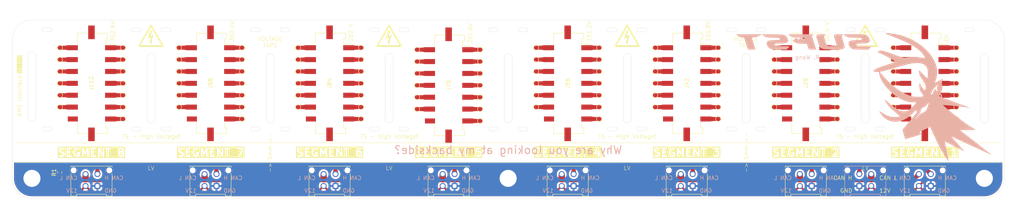
<source format=kicad_pcb>
(kicad_pcb (version 20240108) (generator "pcbnew") (generator_version "8.0")
  (layers (0 "F.Cu" signal) (31 "B.Cu" signal) (34 "B.Paste" user) (35 "F.Paste" user) (36 "B.SilkS" user "B.Silkscreen") (37 "F.SilkS" user "F.Silkscreen") (38 "B.Mask" user) (39 "F.Mask" user) (44 "Edge.Cuts" user))
  (net 0 "")
  (net 1 "/Voltage Taps 1/TAP_08.4")
  (net 2 "/Voltage Taps 1/TAP_42.0")
  (net 3 "/Voltage Taps 1/TAP_11.6")
  (net 4 "/Voltage Taps 1/TAP_29.4")
  (net 5 "/Voltage Taps 1/TAP_46.2")
  (net 6 "/Voltage Taps 1/TAP_16.8")
  (net 7 "/Voltage Taps 1/TAP_50.4")
  (net 9 "/Voltage Taps 1/TAP_04.2")
  (net 10 "/Voltage Taps 1/TAP_37.8")
  (net 11 "/Voltage Taps 1/TAP_00.0")
  (net 12 "/Voltage Taps 1/TAP_21.0")
  (net 13 "/Voltage Taps 1/TAP_33.6")
  (net 14 "/Voltage Taps 1/TAP_25.2")
  (net 15 "/Voltage Taps 2/TAP_00.0")
  (net 16 "/Voltage Taps 2/TAP_04.2")
  (net 17 "/Voltage Taps 2/TAP_08.4")
  (net 18 "/Voltage Taps 2/TAP_11.6")
  (net 19 "/Voltage Taps 2/TAP_16.8")
  (net 20 "/Voltage Taps 2/TAP_21.0")
  (net 21 "/Voltage Taps 2/TAP_25.2")
  (net 22 "/Voltage Taps 2/TAP_29.4")
  (net 23 "/Voltage Taps 2/TAP_33.6")
  (net 24 "/Voltage Taps 2/TAP_37.8")
  (net 25 "/Voltage Taps 2/TAP_42.0")
  (net 26 "/Voltage Taps 2/TAP_46.2")
  (net 27 "/Voltage Taps 2/TAP_50.4")
  (net 29 "/Voltage Taps 3/TAP_00.0")
  (net 30 "/Voltage Taps 3/TAP_04.2")
  (net 31 "/Voltage Taps 3/TAP_08.4")
  (net 32 "/Voltage Taps 3/TAP_11.6")
  (net 33 "/Voltage Taps 3/TAP_16.8")
  (net 34 "/Voltage Taps 3/TAP_21.0")
  (net 35 "/Voltage Taps 3/TAP_25.2")
  (net 36 "/Voltage Taps 3/TAP_29.4")
  (net 37 "/Voltage Taps 3/TAP_33.6")
  (net 38 "/Voltage Taps 3/TAP_37.8")
  (net 39 "/Voltage Taps 3/TAP_42.0")
  (net 40 "/Voltage Taps 3/TAP_46.2")
  (net 41 "/Voltage Taps 3/TAP_50.4")
  (net 43 "/Voltage Taps 4/TAP_00.0")
  (net 44 "/Voltage Taps 4/TAP_04.2")
  (net 45 "/Voltage Taps 4/TAP_08.4")
  (net 46 "/Voltage Taps 4/TAP_11.6")
  (net 47 "/Voltage Taps 4/TAP_16.8")
  (net 48 "/Voltage Taps 4/TAP_21.0")
  (net 49 "/Voltage Taps 4/TAP_25.2")
  (net 50 "/Voltage Taps 4/TAP_29.4")
  (net 51 "/Voltage Taps 4/TAP_33.6")
  (net 52 "/Voltage Taps 4/TAP_37.8")
  (net 53 "/Voltage Taps 4/TAP_42.0")
  (net 54 "/Voltage Taps 4/TAP_46.2")
  (net 55 "/Voltage Taps 4/TAP_50.4")
  (net 57 "/Voltage Taps 5/TAP_00.0")
  (net 58 "/Voltage Taps 5/TAP_04.2")
  (net 59 "/Voltage Taps 5/TAP_08.4")
  (net 60 "/Voltage Taps 5/TAP_11.6")
  (net 61 "/Voltage Taps 5/TAP_16.8")
  (net 62 "/Voltage Taps 5/TAP_21.0")
  (net 63 "/Voltage Taps 5/TAP_25.2")
  (net 64 "/Voltage Taps 5/TAP_29.4")
  (net 65 "/Voltage Taps 5/TAP_33.6")
  (net 66 "/Voltage Taps 5/TAP_37.8")
  (net 67 "/Voltage Taps 5/TAP_42.0")
  (net 68 "/Voltage Taps 5/TAP_46.2")
  (net 69 "/Voltage Taps 5/TAP_50.4")
  (net 71 "/Voltage Taps 6/TAP_00.0")
  (net 72 "/Voltage Taps 6/TAP_04.2")
  (net 73 "/Voltage Taps 6/TAP_08.4")
  (net 74 "/Voltage Taps 6/TAP_11.6")
  (net 75 "/Voltage Taps 6/TAP_16.8")
  (net 76 "/Voltage Taps 6/TAP_21.0")
  (net 77 "/Voltage Taps 6/TAP_25.2")
  (net 78 "/Voltage Taps 6/TAP_29.4")
  (net 79 "/Voltage Taps 6/TAP_33.6")
  (net 80 "/Voltage Taps 6/TAP_37.8")
  (net 81 "/Voltage Taps 6/TAP_42.0")
  (net 82 "/Voltage Taps 6/TAP_46.2")
  (net 83 "/Voltage Taps 6/TAP_50.4")
  (net 85 "/Voltage Taps 7/TAP_00.0")
  (net 86 "/Voltage Taps 7/TAP_04.2")
  (net 87 "/Voltage Taps 7/TAP_08.4")
  (net 88 "/Voltage Taps 7/TAP_11.6")
  (net 89 "/Voltage Taps 7/TAP_16.8")
  (net 90 "/Voltage Taps 7/TAP_21.0")
  (net 91 "/Voltage Taps 7/TAP_25.2")
  (net 92 "/Voltage Taps 7/TAP_29.4")
  (net 93 "/Voltage Taps 7/TAP_33.6")
  (net 94 "/Voltage Taps 7/TAP_37.8")
  (net 95 "/Voltage Taps 7/TAP_42.0")
  (net 96 "/Voltage Taps 7/TAP_46.2")
  (net 97 "/Voltage Taps 7/TAP_50.4")
  (net 99 "/Voltage Taps 8/TAP_00.0")
  (net 100 "/Voltage Taps 8/TAP_04.2")
  (net 101 "/Voltage Taps 8/TAP_08.4")
  (net 102 "/Voltage Taps 8/TAP_11.6")
  (net 103 "/Voltage Taps 8/TAP_16.8")
  (net 104 "/Voltage Taps 8/TAP_21.0")
  (net 105 "/Voltage Taps 8/TAP_25.2")
  (net 106 "/Voltage Taps 8/TAP_29.4")
  (net 107 "/Voltage Taps 8/TAP_33.6")
  (net 108 "/Voltage Taps 8/TAP_37.8")
  (net 109 "/Voltage Taps 8/TAP_42.0")
  (net 110 "/Voltage Taps 8/TAP_46.2")
  (net 111 "/Voltage Taps 8/TAP_50.4")
  (net 121 "/CAN_H")
  (net 122 "GND")
  (net 123 "+12V")
  (net 124 "/CAN_L")
  (footprint "Connector_Molex:Molex_Micro-Fit_3.0_43045-1418_2x07-1MP_P3.00mm_Vertical" (layer "F.Cu") (at 40 36 -90)
    (property "Reference" "J112")
    (property "Value" "Conn_01x14_MountingPin")
  )
  (footprint "TestPoint:TestPoint_Pad_D1.0mm" (layer "F.Cu") (at 62 30 90)
    (property "Reference" "J93" (hide yes))
    (property "Value" "Conn_01x01_Socket")
  )
  (footprint "TestPoint:TestPoint_Pad_D1.0mm" (layer "F.Cu") (at 152 27 90)
    (property "Reference" "J50" (hide yes))
    (property "Value" "Conn_01x01_Socket")
  )
  (footprint "TestPoint:TestPoint_Pad_D1.0mm" (layer "F.Cu") (at 32 39 90)
    (property "Reference" "J110" (hide yes))
    (property "Value" "Conn_01x01_Socket")
  )
  (footprint "TestPoint:TestPoint_Pad_D1.0mm" (layer "F.Cu") (at 122 27.5 90)
    (property "Reference" "J64" (hide yes))
    (property "Value" "Conn_01x01_Socket")
  )
  (footprint "TestPoint:TestPoint_Pad_D1.0mm" (layer "F.Cu") (at 48 36 -90)
    (property "Reference" "J102" (hide yes))
    (property "Value" "Conn_01x01_Socket")
  )
  (footprint "TestPoint:TestPoint_Pad_D1.0mm" (layer "F.Cu") (at 152 30 90)
    (property "Reference" "J51" (hide yes))
    (property "Value" "Conn_01x01_Socket")
  )
  (footprint "TestPoint:TestPoint_Pad_D1.0mm" (layer "F.Cu") (at 152 33 90)
    (property "Reference" "J52" (hide yes))
    (property "Value" "Conn_01x01_Socket")
  )
  (footprint "TestPoint:TestPoint_Pad_D1.0mm" (layer "F.Cu") (at 258 33 -90)
    (property "Reference" "J4" (hide yes))
    (property "Value" "Conn_01x01_Socket")
  )
  (footprint "TestPoint:TestPoint_Pad_D1.0mm" (layer "F.Cu") (at 212 36 90)
    (property "Reference" "J25" (hide yes))
    (property "Value" "Conn_01x01_Socket")
  )
  (footprint "TestPoint:TestPoint_Pad_D1.0mm" (layer "F.Cu") (at 198 36 -90)
    (property "Reference" "J32" (hide yes))
    (property "Value" "Conn_01x01_Socket")
  )
  (footprint "TestPoint:TestPoint_Pad_D1.0mm" (layer "F.Cu") (at 122 36.5 90)
    (property "Reference" "J67" (hide yes))
    (property "Value" "Conn_01x01_Socket")
  )
  (footprint "Resistor_SMD:R_0603_1608Metric" (layer "F.Cu") (at 32 58.5 90)
    (property "Reference" "R1")
    (property "Value" "120")
  )
  (footprint "TestPoint:TestPoint_Pad_D1.0mm" (layer "F.Cu") (at 242 27 90)
    (property "Reference" "J9" (hide yes))
    (property "Value" "Conn_01x01_Socket")
  )
  (footprint "Connector_Molex:Molex_Micro-Fit_3.0_43045-0412_2x02_P3.00mm_Vertical" (layer "F.Cu") (at 191.5 61.92 180)
    (property "Reference" "J115" (hide yes))
    (property "Value" "Seg_3")
  )
  (footprint "TestPoint:TestPoint_Pad_D1.0mm" (layer "F.Cu") (at 242 33 90)
    (property "Reference" "J11" (hide yes))
    (property "Value" "Conn_01x01_Socket")
  )
  (footprint "TestPoint:TestPoint_Pad_D1.0mm" (layer "F.Cu") (at 48 33 -90)
    (property "Reference" "J101" (hide yes))
    (property "Value" "Conn_01x01_Socket")
  )
  (footprint "TestPoint:TestPoint_Pad_D1.0mm" (layer "F.Cu") (at 138 33.5 -90)
    (property "Reference" "J59" (hide yes))
    (property "Value" "Conn_01x01_Socket")
  )
  (footprint "TestPoint:TestPoint_Pad_D1.0mm" (layer "F.Cu") (at 32 33 90)
    (property "Reference" "J108" (hide yes))
    (property "Value" "Conn_01x01_Socket")
  )
  (footprint "TestPoint:TestPoint_Pad_D1.0mm" (layer "F.Cu") (at 168 42 -90)
    (property "Reference" "J48" (hide yes))
    (property "Value" "Conn_01x01_Socket")
  )
  (footprint "TestPoint:TestPoint_Pad_D1.0mm" (layer "F.Cu") (at 258 30 -90)
    (property "Reference" "J3" (hide yes))
    (property "Value" "Conn_01x01_Socket")
  )
  (footprint "TestPoint:TestPoint_Pad_D1.0mm" (layer "F.Cu") (at 78 30 -90)
    (property "Reference" "J86" (hide yes))
    (property "Value" "Conn_01x01_Socket")
  )
  (footprint "TestPoint:TestPoint_Pad_D1.0mm" (layer "F.Cu") (at 48 27 -90)
    (property "Reference" "J99" (hide yes))
    (property "Value" "Conn_01x01_Socket")
  )
  (footprint "Symbol:Symbol_HighVoltage_Triangle_6x6mm_Copper" (layer "F.Cu") (at 175 24)
    (property "Reference" "REF**" (hide yes))
    (property "Value" "Symbol_HighVoltage_Triangle_6x6mm_Copper" (hide yes))
  )
  (footprint "TestPoint:TestPoint_Pad_D1.0mm" (layer "F.Cu") (at 198 45 -90)
    (property "Reference" "J35" (hide yes))
    (property "Value" "Conn_01x01_Socket")
  )
  (footprint "TestPoint:TestPoint_Pad_D1.0mm" (layer "F.Cu") (at 182 27 90)
    (property "Reference" "J36" (hide yes))
    (property "Value" "Conn_01x01_Socket")
  )
  (footprint "Connector_Molex:Molex_Micro-Fit_3.0_43045-0412_2x02_P3.00mm_Vertical" (layer "F.Cu") (at 101.5 61.92 180)
    (property "Reference" "J118" (hide yes))
    (property "Value" "Seg_6")
  )
  (footprint "TestPoint:TestPoint_Pad_D1.0mm" (layer "F.Cu") (at 198 39 -90)
    (property "Reference" "J33" (hide yes))
    (property "Value" "Conn_01x01_Socket")
  )
  (footprint "TestPoint:TestPoint_Pad_D1.0mm" (layer "F.Cu") (at 182 30 90)
    (property "Reference" "J37" (hide yes))
    (property "Value" "Conn_01x01_Socket")
  )
  (footprint "TestPoint:TestPoint_Pad_D1.0mm" (layer "F.Cu") (at 168 30 -90)
    (property "Reference" "J44" (hide yes))
    (property "Value" "Conn_01x01_Socket")
  )
  (footprint "TestPoint:TestPoint_Pad_D1.0mm" (layer "F.Cu") (at 258 42 -90)
    (property "Reference" "J7" (hide yes))
    (property "Value" "Conn_01x01_Socket")
  )
  (footprint "Symbol:Symbol_HighVoltage_Triangle_6x6mm_Copper" (layer "F.Cu") (at 235 24)
    (property "Reference" "REF**" (hide yes))
    (property "Value" "Symbol_HighVoltage_Triangle_6x6mm_Copper" (hide yes))
  )
  (footprint "TestPoint:TestPoint_Pad_D1.0mm" (layer "F.Cu") (at 62 42 90)
    (property "Reference" "J97" (hide yes))
    (property "Value" "Conn_01x01_Socket")
  )
  (footprint "TestPoint:TestPoint_Pad_D1.0mm" (layer "F.Cu") (at 122 39.5 90)
    (property "Reference" "J68" (hide yes))
    (property "Value" "Conn_01x01_Socket")
  )
  (footprint "TestPoint:TestPoint_Pad_D1.0mm" (layer "F.Cu") (at 152 42 90)
    (property "Reference" "J55" (hide yes))
    (property "Value" "Conn_01x01_Socket")
  )
  (footprint "TestPoint:TestPoint_Pad_D1.0mm" (layer "F.Cu") (at 138 30.5 -90)
    (property "Reference" "J58" (hide yes))
    (property "Value" "Conn_01x01_Socket")
  )
  (footprint "TestPoint:TestPoint_Pad_D1.0mm" (layer "F.Cu") (at 122 30.5 90)
    (property "Reference" "J65" (hide yes))
    (property "Value" "Conn_01x01_Socket")
  )
  (footprint "TestPoint:TestPoint_Pad_D1.0mm" (layer "F.Cu") (at 122 42.5 90)
    (property "Reference" "J69" (hide yes))
    (property "Value" "Conn_01x01_Socket")
  )
  (footprint "MountingHole:MountingHole_4.3mm_M4" (layer "F.Cu") (at 265 25)
    (property "Reference" "H5" (hide yes))
    (property "Value" "MountingHole")
  )
  (footprint "Symbol:Symbol_HighVoltage_Triangle_6x6mm_Copper" (layer "F.Cu") (at 55 24)
    (property "Reference" "REF**" (hide yes))
    (property "Value" "Symbol_HighVoltage_Triangle_6x6mm_Copper" (hide yes))
  )
  (footprint "TestPoint:TestPoint_Pad_D1.0mm" (layer "F.Cu") (at 198 27 -90)
    (property "Reference" "J29" (hide yes))
    (property "Value" "Conn_01x01_Socket")
  )
  (footprint "TestPoint:TestPoint_Pad_D1.0mm" (layer "F.Cu") (at 32 27 90)
    (property "Reference" "J106" (hide yes))
    (property "Value" "Conn_01x01_Socket")
  )
  (footprint "TestPoint:TestPoint_Pad_D1.0mm" (layer "F.Cu") (at 78 42 -90)
    (property "Reference" "J90" (hide yes))
    (property "Value" "Conn_01x01_Socket")
  )
  (footprint "TestPoint:TestPoint_Pad_D1.0mm" (layer "F.Cu") (at 198 42 -90)
    (property "Reference" "J34" (hide yes))
    (property "Value" "Conn_01x01_Socket")
  )
  (footprint "TestPoint:TestPoint_Pad_D1.0mm" (layer "F.Cu") (at 48 42 -90)
    (property "Reference" "J104" (hide yes))
    (property "Value" "Conn_01x01_Socket")
  )
  (footprint "Connector_Molex:Molex_Micro-Fit_3.0_43045-1418_2x07-1MP_P3.00mm_Vertical" (layer "F.Cu") (at 220 36 -90)
    (property "Reference" "J28")
    (property "Value" "Conn_01x14_MountingPin")
  )
  (footprint "TestPoint:TestPoint_Pad_D1.0mm" (layer "F.Cu") (at 78 27 -90)
    (property "Reference" "J85" (hide yes))
    (property "Value" "Conn_01x01_Socket")
  )
  (footprint "TestPoint:TestPoint_Pad_D1.0mm" (layer "F.Cu") (at 62 39 90)
    (property "Reference" "J96" (hide yes))
    (property "Value" "Conn_01x01_Socket")
  )
  (footprint "TestPoint:TestPoint_Pad_D1.0mm" (layer "F.Cu") (at 138 42.5 -90)
    (property "Reference" "J62" (hide yes))
    (property "Value" "Conn_01x01_Socket")
  )
  (footprint "MountingHole:MountingHole_4.3mm_M4" (layer "F.Cu") (at 145 25)
    (property "Reference" "H3" (hide yes))
    (property "Value" "MountingHole")
  )
  (footprint "TestPoint:TestPoint_Pad_D1.0mm" (layer "F.Cu") (at 32 36 90)
    (property "Reference" "J109" (hide yes))
    (property "Value" "Conn_01x01_Socket")
  )
  (footprint "TestPoint:TestPoint_Pad_D1.0mm" (layer "F.Cu") (at 78 33 -90)
    (property "Reference" "J87" (hide yes))
    (property "Value" "Conn_01x01_Socket")
  )
  (footprint "TestPoint:TestPoint_Pad_D1.0mm" (layer "F.Cu") (at 78 39 -90)
    (property "Reference" "J89" (hide yes))
    (property "Value" "Conn_01x01_Socket")
  )
  (footprint "TestPoint:TestPoint_Pad_D1.0mm" (layer "F.Cu") (at 258 27 -90)
    (property "Reference" "J2" (hide yes))
    (property "Value" "Conn_01x01_Socket")
  )
  (footprint "TestPoint:TestPoint_Pad_D1.0mm" (layer "F.Cu") (at 32 30 90)
    (property "Reference" "J107" (hide yes))
    (property "Value" "Conn_01x01_Socket")
  )
  (footprint "TestPoint:TestPoint_Pad_D1.0mm" (layer "F.Cu") (at 78 36 -90)
    (property "Reference" "J88" (hide yes))
    (property "Value" "Conn_01x01_Socket")
  )
  (footprint "TestPoint:TestPoint_Pad_D1.0mm" (layer "F.Cu") (at 212 39 90)
    (property "Reference" "J26" (hide yes))
    (property "Value" "Conn_01x01_Socket")
  )
  (footprint "TestPoint:TestPoint_Pad_D1.0mm" (layer "F.Cu") (at 92 30 90)
    (property "Reference" "J79" (hide yes))
    (property "Value" "Conn_01x01_Socket")
  )
  (footprint "TestPoint:TestPoint_Pad_D1.0mm" (layer "F.Cu") (at 168 39 -90)
    (property "Reference" "J47" (hide yes))
    (property "Value" "Conn_01x01_Socket")
  )
  (footprint "TestPoint:TestPoint_Pad_D1.0mm" (layer "F.Cu") (at 242 36 90)
    (property "Reference" "J12" (hide yes))
    (property "Value" "Conn_01x01_Socket")
  )
  (footprint "TestPoint:TestPoint_Pad_D1.0mm" (layer "F.Cu") (at 258 39 -90)
    (property "Reference" "J6" (hide yes))
    (property "Value" "Conn_01x01_Socket")
  )
  (footprint "TestPoint:TestPoint_Pad_D1.0mm" (layer "F.Cu") (at 182 33 90)
    (property "Reference" "J38" (hide yes))
    (property "Value" "Conn_01x01_Socket")
  )
  (footprint "TestPoint:TestPoint_Pad_D1.0mm" (layer "F.Cu") (at 122 33.5 90)
    (property "Reference" "J66" (hide yes))
    (property "Value" "Conn_01x01_Socket")
  )
  (footprint "TestPoint:TestPoint_Pad_D1.0mm" (layer "F.Cu") (at 108 30 -90)
    (property "Reference" "J72" (hide yes))
    (property "Value" "Conn_01x01_Socket")
  )
  (footprint "TestPoint:TestPoint_Pad_D1.0mm" (layer "F.Cu") (at 48 45 -90)
    (property "Reference" "J105" (hide yes))
    (property "Value" "Conn_01x01_Socket")
  )
  (footprint "TestPoint:TestPoint_Pad_D1.0mm" (layer "F.Cu") (at 108 27 -90)
    (property "Reference" "J71" (hide yes))
    (property "Value" "Conn_01x01_Socket")
  )
  (footprint "TestPoint:TestPoint_Pad_D1.0mm" (layer "F.Cu") (at 212 30 90)
    (property "Reference" "J23" (hide yes))
    (property "Value" "Conn_01x01_Socket")
  )
  (footprint "TestPoint:TestPoint_Pad_D1.0mm" (layer "F.Cu") (at 138 27.5 -90)
    (property "Reference" "J57" (hide yes))
    (property "Value" "Conn_01x01_Socket")
  )
  (footprint "Symbol:Symbol_HighVoltage_Triangle_6x6mm_Copper" (layer "F.Cu") (at 115 24)
    (property "Reference" "REF**" (hide yes))
    (property "Value" "Symbol_HighVoltage_Triangle_6x6mm_Copper" (hide yes))
  )
  (footprint "TestPoint:TestPoint_Pad_D1.0mm" (layer "F.Cu") (at 138 45.5 -90)
    (property "Reference" "J63" (hide yes))
    (property "Value" "Conn_01x01_Socket")
  )
  (footprint "TestPoint:TestPoint_Pad_D1.0mm" (layer "F.Cu") (at 258 45 -90)
    (property "Reference" "J8" (hide yes))
    (property "Value" "Conn_01x01_Socket")
  )
  (footprint "TestPoint:TestPoint_Pad_D1.0mm" (layer "F.Cu") (at 168 33 -90)
    (property "Reference" "J45" (hide yes))
    (property "Value" "Conn_01x01_Socket")
  )
  (footprint "MountingHole:MountingHole_4.3mm_M4" (layer "F.Cu") (at 145 60)
    (property "Reference" "H4" (hide yes))
    (property "Value" "MountingHole")
  )
  (footprint "TestPoint:TestPoint_Pad_D1.0mm" (layer "F.Cu") (at 108 39 -90)
    (property "Reference" "J75" (hide yes))
    (property "Value" "Conn_01x01_Socket")
  )
  (footprint "TestPoint:TestPoint_Pad_D1.0mm" (layer "F.Cu") (at 108 42 -90)
    (property "Reference" "J76" (hide yes))
    (property "Value" "Conn_01x01_Socket")
  )
  (footprint "TestPoint:TestPoint_Pad_D1.0mm" (layer "F.Cu") (at 242 42 90)
    (property "Reference" "J14" (hide yes))
    (property "Value" "Conn_01x01_Socket")
  )
  (footprint "TestPoint:TestPoint_Pad_D1.0mm" (layer "F.Cu") (at 228 42 -90)
    (property "Reference" "J20" (hide yes))
    (property "Value" "Conn_01x01_Socket")
  )
  (footprint "Connector_Molex:Molex_Micro-Fit_3.0_43045-1418_2x07-1MP_P3.00mm_Vertical" (layer "F.Cu") (at 190 36 -90)
    (property "Reference" "J42")
    (property "Value" "Conn_01x14_MountingPin")
  )
  (footprint "TestPoint:TestPoint_Pad_D1.0mm" (layer "F.Cu") (at 242 39 90)
    (property "Reference" "J13" (hide yes))
    (property "Value" "Conn_01x01_Socket")
  )
  (footprint "TestPoint:TestPoint_Pad_D1.0mm" (layer "F.Cu") (at 92 42 90)
    (property "Reference" "J83" (hide yes))
    (property "Value" "Conn_01x01_Socket")
  )
  (footprint "MountingHole:MountingHole_4.3mm_M4" (layer "F.Cu") (at 25 25)
    (property "Reference" "H1" (hide yes))
    (property "Value" "MountingHole")
  )
  (footprint "TestPoint:TestPoint_Pad_D1.0mm" (layer "F.Cu") (at 212 27 90)
    (property "Reference" "J22" (hide yes))
    (property "Value" "Conn_01x01_Socket")
  )
  (footprint "TestPoint:TestPoint_Pad_D1.0mm" (layer "F.Cu") (at 108 45 -90)
    (property "Reference" "J77" (hide yes))
    (property "Value" "Conn_01x01_Socket")
  )
  (footprint "TestPoint:TestPoint_Pad_D1.0mm" (layer "F.Cu") (at 258 36 -90)
    (property "Reference" "J5" (hide yes))
    (property "Value" "Conn_01x01_Socket")
  )
  (footprint "TestPoint:TestPoint_Pad_D1.0mm" (layer "F.Cu") (at 62 27 90)
    (property "Reference" "J92" (hide yes))
    (property "Value" "Conn_01x01_Socket")
  )
  (footprint "TestPoint:TestPoint_Pad_D1.0mm" (layer "F.Cu") (at 168 36 -90)
    (property "Reference" "J46" (hide yes))
    (property "Value" "Conn_01x01_Socket")
  )
  (footprint "TestPoint:TestPoint_Pad_D1.0mm" (layer "F.Cu") (at 228 39 -90)
    (property "Reference" "J19" (hide yes))
    (property "Value" "Conn_01x01_Socket")
  )
  (footprint "TestPoint:TestPoint_Pad_D1.0mm" (layer "F.Cu") (at 92 33 90)
    (property "Reference" "J80" (hide yes))
    (property "Value" "Conn_01x01_Socket")
  )
  (footprint "Connector_Molex:Molex_Micro-Fit_3.0_43045-0412_2x02_P3.00mm_Vertical" (layer "F.Cu") (at 221.5 61.92 180)
    (property "Reference" "J114" (hide yes))
    (property "Value" "Seg_2")
  )
  (footprint "TestPoint:TestPoint_Pad_D1.0mm" (layer "F.Cu") (at 152 36 90)
    (property "Reference" "J53" (hide yes))
    (property "Value" "Conn_01x01_Socket")
  )
  (footprint "TestPoint:TestPoint_Pad_D1.0mm" (layer "F.Cu") (at 168 45 -90)
    (property "Reference" "J49" (hide yes))
    (property "Value" "Conn_01x01_Socket")
  )
  (footprint "TestPoint:TestPoint_Pad_D1.0mm" (layer "F.Cu") (at 108 36 -90)
    (property "Reference" "J74" (hide yes))
    (property "Value" "Conn_01x01_Socket")
  )
  (footprint "TestPoint:TestPoint_Pad_D1.0mm" (layer "F.Cu") (at 198 30 -90)
    (property "Reference" "J30" (hide yes))
    (property "Value" "Conn_01x01_Socket")
  )
  (footprint "TestPoint:TestPoint_Pad_D1.0mm" (layer "F.Cu") (at 182 42 90)
    (property "Reference" "J41" (hide yes))
    (property "Value" "Conn_01x01_Socket")
  )
  (footprint "TestPoint:TestPoint_Pad_D1.0mm" (layer "F.Cu") (at 48 39 -90)
    (property "Reference" "J103" (hide yes))
    (property "Value" "Conn_01x01_Socket")
  )
  (footprint "TestPoint:TestPoint_Pad_D1.0mm" (layer "F.Cu") (at 228 27 -90)
    (property "Reference" "J15" (hide yes))
    (property "Value" "Conn_01x01_Socket")
  )
  (footprint "TestPoint:TestPoint_Pad_D1.0mm" (layer "F.Cu") (at 182 39 90)
    (property "Reference" "J40" (hide yes))
    (property "Value" "Conn_01x01_Socket")
  )
  (footprint "Connector_Molex:Molex_Micro-Fit_3.0_43045-1418_2x07-1MP_P3.00mm_Vertical" (layer "F.Cu") (at 250 36 -90)
    (property "Reference" "J1")
    (property "Value" "Conn_01x14_MountingPin")
  )
  (footprint "TestPoint:TestPoint_Pad_D1.0mm" (layer "F.Cu") (at 92 39 90)
    (property "Reference" "J82" (hide yes))
    (property "Value" "Conn_01x01_Socket")
  )
  (footprint "TestPoint:TestPoint_Pad_D1.0mm" (layer "F.Cu") (at 198 33 -90)
    (property "Reference" "J31" (hide yes))
    (property "Value" "Conn_01x01_Socket")
  )
  (footprint "Connector_Molex:Molex_Micro-Fit_3.0_43045-0412_2x02_P3.00mm_Vertical" (layer "F.Cu") (at 161.5 61.92 180)
    (property "Reference" "J116" (hide yes))
    (property "Value" "Seg_4")
  )
  (footprint "TestPoint:TestPoint_Pad_D1.0mm" (layer "F.Cu") (at 182 36 90)
    (property "Reference" "J39" (hide yes))
    (property "Value" "Conn_01x01_Socket")
  )
  (footprint "TestPoint:TestPoint_Pad_D1.0mm" (layer "F.Cu") (at 138 39.5 -90)
    (property "Reference" "J61" (hide yes))
    (property "Value" "Conn_01x01_Socket")
  )
  (footprint "MountingHole:MountingHole_4.3mm_M4" (layer "F.Cu") (at 265 60)
    (property "Reference" "H6" (hide yes))
    (property "Value" "MountingHole")
  )
  (footprint "Connector_Molex:Molex_Micro-Fit_3.0_43045-1418_2x07-1MP_P3.00mm_Vertical" (layer "F.Cu") (at 160 36 -90)
    (property "Reference" "J56")
    (property "Value" "Conn_01x14_MountingPin")
  )
  (footprint "Connector_Molex:Molex_Micro-Fit_3.0_43045-1418_2x07-1MP_P3.00mm_Vertical" (layer "F.Cu") (at 70 36 -90)
    (property "Reference" "J98")
    (property "Value" "Conn_01x14_MountingPin")
  )
  (footprint "TestPoint:TestPoint_Pad_D1.0mm" (layer "F.Cu") (at 152 39 90)
    (property "Reference" "J54" (hide yes))
    (property "Value" "Conn_01x01_Socket")
  )
  (footprint "TestPoint:TestPoint_Pad_D1.0mm" (layer "F.Cu") (at 228 33 -90)
    (property "Reference" "J17" (hide yes))
    (property "Value" "Conn_01x01_Socket")
  )
  (footprint "Connector_Molex:Molex_Micro-Fit_3.0_43045-1418_2x07-1MP_P3.00mm_Vertical" (layer "F.Cu") (at 100 36 -90)
    (property "Reference" "J84")
    (property "Value" "Conn_01x14_MountingPin")
  )
  (footprint "TestPoint:TestPoint_Pad_D1.0mm" (layer "F.Cu") (at 168 27 -90)
    (property "Reference" "J43" (hide yes))
    (property "Value" "Conn_01x01_Socket")
  )
  (footprint "TestPoint:TestPoint_Pad_D1.0mm" (layer "F.Cu") (at 92 27 90)
    (property "Reference" "J78" (hide yes))
    (property "Value" "Conn_01x01_Socket")
  )
  (footprint "Connector_Molex:Molex_Micro-Fit_3.0_43045-0412_2x02_P3.00mm_Vertical" (layer "F.Cu") (at 251.5 61.92 180)
    (property "Reference" "J113" (hide yes))
    (property "Value" "Seg_1")
  )
  (footprint "TestPoint:TestPoint_Pad_D1.0mm" (layer "F.Cu") (at 212 42 90)
    (property "Reference" "J27" (hide yes))
    (property "Value" "Conn_01x01_Socket")
  )
  (footprint "TestPoint:TestPoint_Pad_D1.0mm" (layer "F.Cu") (at 32 42 90)
    (property "Reference" "J111" (hide yes))
    (property "Value" "Conn_01x01_Socket")
  )
  (footprint "TestPoint:TestPoint_Pad_D1.0mm" (layer "F.Cu") (at 78 45 -90)
    (property "Reference" "J91" (hide yes))
    (property "Value" "Conn_01x01_Socket")
  )
  (footprint "TestPoint:TestPoint_Pad_D1.0mm" (layer "F.Cu") (at 228 30 -90)
    (property "Reference" "J16" (hide yes))
    (property "Value" "Conn_01x01_Socket")
  )
  (footprint "TestPoint:TestPoint_Pad_D1.0mm" (layer "F.Cu") (at 138 36.5 -90)
    (property "Reference" "J60" (hide yes))
    (property "Value" "Conn_01x01_Socket")
  )
  (footprint "Connector_Molex:Molex_Micro-Fit_3.0_43045-0412_2x02_P3.00mm_Vertical" (layer "F.Cu") (at 41.5 61.92 180)
    (property "Reference" "J120" (hide yes))
    (property "Value" "Seg_8")
  )
  (footprint "TestPoint:TestPoint_Pad_D1.0mm" (layer "F.Cu") (at 62 33 90)
    (property "Reference" "J94" (hide yes))
    (property "Value" "Conn_01x01_Socket")
  )
  (footprint "TestPoint:TestPoint_Pad_D1.0mm" (layer "F.Cu") (at 242 30 90)
    (property "Reference" "J10" (hide yes))
    (property "Value" "Conn_01x01_Socket")
  )
  (footprint "MountingHole:MountingHole_4.3mm_M4" (layer "F.Cu") (at 25 60)
    (property "Reference" "H2" (hide yes))
    (property "Value" "MountingHole")
  )
  (footprint "Connector_Molex:Molex_Micro-Fit_3.0_43045-0412_2x02_P3.00mm_Vertical" (layer "F.Cu") (at 71.5 61.92 180)
    (property "Reference" "J119" (hide yes))
    (property "Value" "Seg_7")
  )
  (footprint "TestPoint:TestPoint_Pad_D1.0mm" (layer "F.Cu") (at 48 30 -90)
    (property "Reference" "J100" (hide yes))
    (property "Value" "Conn_01x01_Socket")
  )
  (footprint "Connector_Molex:Molex_Micro-Fit_3.0_43045-0412_2x02_P3.00mm_Vertical" (layer "F.Cu") (at 131.5 61.92 180)
    (property "Reference" "J117" (hide yes))
    (property "Value" "Seg_5")
  )
  (footprint "TestPoint:TestPoint_Pad_D1.0mm" (layer "F.Cu") (at 212 33 90)
    (property "Reference" "J24" (hide yes))
    (property "Value" "Conn_01x01_Socket")
  )
  (footprint "TestPoint:TestPoint_Pad_D1.0mm" (layer "F.Cu") (at 108 33 -90)
    (property "Reference" "J73" (hide yes))
    (property "Value" "Conn_01x01_Socket")
  )
  (footprint "TestPoint:TestPoint_Pad_D1.0mm" (layer "F.Cu") (at 228 45 -90)
    (property "Reference" "J21" (hide yes))
    (property "Value" "Conn_01x01_Socket")
  )
  (footprint "TestPoint:TestPoint_Pad_D1.0mm" (layer "F.Cu") (at 92 36 90)
    (property "Reference" "J81" (hide yes))
    (property "Value" "Conn_01x01_Socket")
  )
  (footprint "Connector_Molex:Molex_Micro-Fit_3.0_43045-1418_2x07-1MP_P3.00mm_Vertical" (layer "F.Cu") (at 130 36.5 -90)
    (property "Reference" "J70")
    (property "Value" "Conn_01x14_MountingPin")
  )
  (footprint "TestPoint:TestPoint_Pad_D1.0mm" (layer "F.Cu") (at 62 36 90)
    (property "Reference" "J95" (hide yes))
    (property "Value" "Conn_01x01_Socket")
  )
  (footprint "TestPoint:TestPoint_Pad_D1.0mm" (layer "F.Cu") (at 228 36 -90)
    (property "Reference" "J18" (hide yes))
    (property "Value" "Conn_01x01_Socket")
  )
  (footprint "sufst:Stag" (layer "B.Cu") (at 252 39.5 180)
    (property "Reference" "G***")
    (property "Value" "LOGO" (hide yes))
  )
  (footprint "Connector_Molex:Molex_Micro-Fit_3.0_43045-0412_2x02_P3.00mm_Vertical" (layer "B.Cu") (at 233.5 61.92)
    (property "Reference" "J121" (hide yes))
    (property "Value" "CAN_Upstream")
  )
  (footprint "sufst:SUFST" (layer "B.Cu") (at 219.5 25.5 180)
    (property "Reference" "G***")
    (property "Value" "LOGO" (hide yes))
  )
  (gr_line (start 21 51) (end 269 51) (stroke (width 0.1)) (layer "F.SilkS"))
  (gr_line (start 21 56) (end 269 56) (stroke (width 0.1)) (layer "F.SilkS"))
  (gr_line (start 230.5 48) (end 232 48) (stroke (width 0.05)) (layer "Edge.Cuts"))
  (gr_line (start 238 48) (end 239.5 48) (stroke (width 0.05)) (layer "Edge.Cuts"))
  (gr_line (start 170.5 48) (end 172 48) (stroke (width 0.05)) (layer "Edge.Cuts"))
  (gr_line (start 59.5 47) (end 58 47) (stroke (width 0.05)) (layer "Edge.Cuts"))
  (gr_line (start 232 47) (end 230.5 47) (stroke (width 0.05)) (layer "Edge.Cuts"))
  (gr_line (start 80.5 23) (end 82 23) (stroke (width 0.05)) (layer "Edge.Cuts"))
  (gr_line (start 149.5 22) (end 148 22) (stroke (width 0.05)) (layer "Edge.Cuts"))
  (gr_line (start 88 48) (end 89.5 48) (stroke (width 0.05)) (layer "Edge.Cuts"))
  (gr_line (start 239.5 47) (end 238 47) (stroke (width 0.05)) (layer "Edge.Cuts"))
  (gr_line (start 204 45) (end 204 29.5) (stroke (width 0.05)) (layer "Edge.Cuts"))
  (gr_arc (start 170.5 48) (mid 170 47.5) (end 170.5 47) (stroke (width 0.05)) (layer "Edge.Cuts"))
  (gr_line (start 26 29) (end 26 44.5) (stroke (width 0.05)) (layer "Edge.Cuts"))
  (gr_line (start 118 23) (end 119.5 23) (stroke (width 0.05)) (layer "Edge.Cuts"))
  (gr_line (start 140.5 48) (end 142 48) (stroke (width 0.05)) (layer "Edge.Cuts"))
  (gr_arc (start 114 29.5) (mid 115 28.5) (end 116 29.5) (stroke (width 0.05)) (layer "Edge.Cuts"))
  (gr_line (start 89.5 47) (end 88 47) (stroke (width 0.05)) (layer "Edge.Cuts"))
  (gr_arc (start 52 22) (mid 52.5 22.5) (end 52 23) (stroke (width 0.05)) (layer "Edge.Cuts"))
  (gr_line (start 202 22) (end 200.5 22) (stroke (width 0.05)) (layer "Edge.Cuts"))
  (gr_line (start 179.5 22) (end 178 22) (stroke (width 0.05)) (layer "Edge.Cuts"))
  (gr_line (start 89.5 22) (end 88 22) (stroke (width 0.05)) (layer "Edge.Cuts"))
  (gr_line (start 54 45) (end 54 29.5) (stroke (width 0.05)) (layer "Edge.Cuts"))
  (gr_arc (start 200.5 48) (mid 200 47.5) (end 200.5 47) (stroke (width 0.05)) (layer "Edge.Cuts"))
  (gr_arc (start 208 48) (mid 207.5 47.5) (end 208 47) (stroke (width 0.05)) (layer "Edge.Cuts"))
  (gr_arc (start 230.5 48) (mid 230 47.5) (end 230.5 47) (stroke (width 0.05)) (layer "Edge.Cuts"))
  (gr_arc (start 172 47) (mid 172.5 47.5) (end 172 48) (stroke (width 0.05)) (layer "Edge.Cuts"))
  (gr_arc (start 236 45) (mid 235 46) (end 234 45) (stroke (width 0.05)) (layer "Edge.Cuts"))
  (gr_line (start 172 47) (end 170.5 47) (stroke (width 0.05)) (layer "Edge.Cuts"))
  (gr_arc (start 89.5 22) (mid 90 22.5) (end 89.5 23) (stroke (width 0.05)) (layer "Edge.Cuts"))
  (gr_line (start 176 29.5) (end 176 45) (stroke (width 0.05)) (layer "Edge.Cuts"))
  (gr_line (start 52 22) (end 50.5 22) (stroke (width 0.05)) (layer "Edge.Cuts"))
  (gr_line (start 209.5 22) (end 208 22) (stroke (width 0.05)) (layer "Edge.Cuts"))
  (gr_arc (start 80.5 48) (mid 80 47.5) (end 80.5 47) (stroke (width 0.05)) (layer "Edge.Cuts"))
  (gr_line (start 50.5 48) (end 52 48) (stroke (width 0.05)) (layer "Edge.Cuts"))
  (gr_arc (start 238 23) (mid 237.5 22.5) (end 238 22) (stroke (width 0.05)) (layer "Edge.Cuts"))
  (gr_arc (start 119.5 22) (mid 120 22.5) (end 119.5 23) (stroke (width 0.05)) (layer "Edge.Cuts"))
  (gr_line (start 88 23) (end 89.5 23) (stroke (width 0.05)) (layer "Edge.Cuts"))
  (gr_arc (start 29.5 22) (mid 30 22.5) (end 29.5 23) (stroke (width 0.05)) (layer "Edge.Cuts"))
  (gr_line (start 200.5 23) (end 202 23) (stroke (width 0.05)) (layer "Edge.Cuts"))
  (gr_arc (start 262 22) (mid 262.5 22.5) (end 262 23) (stroke (width 0.05)) (layer "Edge.Cuts"))
  (gr_arc (start 24 29) (mid 25 28) (end 26 29) (stroke (width 0.05)) (layer "Edge.Cuts"))
  (gr_arc (start 262 47) (mid 262.5 47.5) (end 262 48) (stroke (width 0.05)) (layer "Edge.Cuts"))
  (gr_arc (start 84 29.5) (mid 85 28.5) (end 86 29.5) (stroke (width 0.05)) (layer "Edge.Cuts"))
  (gr_line (start 230.5 23) (end 232 23) (stroke (width 0.05)) (layer "Edge.Cuts"))
  (gr_line (start 208 23) (end 209.5 23) (stroke (width 0.05)) (layer "Edge.Cuts"))
  (gr_line (start 112 22) (end 110.5 22) (stroke (width 0.05)) (layer "Edge.Cuts"))
  (gr_line (start 84 45) (end 84 29.5) (stroke (width 0.05)) (layer "Edge.Cuts"))
  (gr_arc (start 29.5 47) (mid 30 47.5) (end 29.5 48) (stroke (width 0.05)) (layer "Edge.Cuts"))
  (gr_line (start 170.5 23) (end 172 23) (stroke (width 0.05)) (layer "Edge.Cuts"))
  (gr_line (start 200.5 48) (end 202 48) (stroke (width 0.05)) (layer "Edge.Cuts"))
  (gr_arc (start 204 29.5) (mid 205 28.5) (end 206 29.5) (stroke (width 0.05)) (layer "Edge.Cuts"))
  (gr_arc (start 54 29.5) (mid 55 28.5) (end 56 29.5) (stroke (width 0.05)) (layer "Edge.Cuts"))
  (gr_line (start 28 23) (end 29.5 23) (stroke (width 0.05)) (layer "Edge.Cuts"))
  (gr_arc (start 239.5 47) (mid 240 47.5) (end 239.5 48) (stroke (width 0.05)) (layer "Edge.Cuts"))
  (gr_arc (start 20 25) (mid 21.464466 21.464466) (end 25 20) (stroke (width 0.05)) (layer "Edge.Cuts"))
  (gr_arc (start 148 23) (mid 147.5 22.5) (end 148 22) (stroke (width 0.05)) (layer "Edge.Cuts"))
  (gr_line (start 80.5 48) (end 82 48) (stroke (width 0.05)) (layer "Edge.Cuts"))
  (gr_arc (start 142 47) (mid 142.5 47.5) (end 142 48) (stroke (width 0.05)) (layer "Edge.Cuts"))
  (gr_arc (start 86 45) (mid 85 46) (end 84 45) (stroke (width 0.05)) (layer "Edge.Cuts"))
  (gr_arc (start 52 47) (mid 52.5 47.5) (end 52 48) (stroke (width 0.05)) (layer "Edge.Cuts"))
  (gr_line (start 174 45) (end 174 29.5) (stroke (width 0.05)) (layer "Edge.Cuts"))
  (gr_arc (start 146 45) (mid 145 46) (end 144 45) (stroke (width 0.05)) (layer "Edge.Cuts"))
  (gr_arc (start 178 48) (mid 177.5 47.5) (end 178 47) (stroke (width 0.05)) (layer "Edge.Cuts"))
  (gr_arc (start 172 22) (mid 172.5 22.5) (end 172 23) (stroke (width 0.05)) (layer "Edge.Cuts"))
  (gr_arc (start 178 23) (mid 177.5 22.5) (end 178 22) (stroke (width 0.05)) (layer "Edge.Cuts"))
  (gr_arc (start 149.5 22) (mid 150 22.5) (end 149.5 23) (stroke (width 0.05)) (layer "Edge.Cuts"))
  (gr_line (start 28 48) (end 29.5 48) (stroke (width 0.05)) (layer "Edge.Cuts"))
  (gr_arc (start 82 22) (mid 82.5 22.5) (end 82 23) (stroke (width 0.05)) (layer "Edge.Cuts"))
  (gr_line (start 172 22) (end 170.5 22) (stroke (width 0.05)) (layer "Edge.Cuts"))
  (gr_line (start 148 48) (end 149.5 48) (stroke (width 0.05)) (layer "Edge.Cuts"))
  (gr_line (start 266 29.5) (end 266 45) (stroke (width 0.05)) (layer "Edge.Cuts"))
  (gr_line (start 58 48) (end 59.5 48) (stroke (width 0.05)) (layer "Edge.Cuts"))
  (gr_arc (start 260.5 23) (mid 260 22.5) (end 260.5 22) (stroke (width 0.05)) (layer "Edge.Cuts"))
  (gr_arc (start 116 45) (mid 115 46) (end 114 45) (stroke (width 0.05)) (layer "Edge.Cuts"))
  (gr_arc (start 202 47) (mid 202.5 47.5) (end 202 48) (stroke (width 0.05)) (layer "Edge.Cuts"))
  (gr_line (start 112 47) (end 110.5 47) (stroke (width 0.05)) (layer "Edge.Cuts"))
  (gr_arc (start 28 23) (mid 27.5 22.5) (end 28 22) (stroke (width 0.05)) (layer "Edge.Cuts"))
  (gr_line (start 29.5 22) (end 28 22) (stroke (width 0.05)) (layer "Edge.Cuts"))
  (gr_line (start 58 23) (end 59.5 23) (stroke (width 0.05)) (layer "Edge.Cuts"))
  (gr_line (start 118 48) (end 119.5 48) (stroke (width 0.05)) (layer "Edge.Cuts"))
  (gr_line (start 148 23) (end 149.5 23) (stroke (width 0.05)) (layer "Edge.Cuts"))
  (gr_arc (start 232 47) (mid 232.5 47.5) (end 232 48) (stroke (width 0.05)) (layer "Edge.Cuts"))
  (gr_arc (start 209.5 47) (mid 210 47.5) (end 209.5 48) (stroke (width 0.05)) (layer "Edge.Cuts"))
  (gr_line (start 178 48) (end 179.5 48) (stroke (width 0.05)) (layer "Edge.Cuts"))
  (gr_arc (start 239.5 22) (mid 240 22.5) (end 239.5 23) (stroke (width 0.05)) (layer "Edge.Cuts"))
  (gr_line (start 82 47) (end 80.5 47) (stroke (width 0.05)) (layer "Edge.Cuts"))
  (gr_line (start 262 47) (end 260.5 47) (stroke (width 0.05)) (layer "Edge.Cuts"))
  (gr_line (start 149.5 47) (end 148 47) (stroke (width 0.05)) (layer "Edge.Cuts"))
  (gr_arc (start 238 48) (mid 237.5 47.5) (end 238 47) (stroke (width 0.05)) (layer "Edge.Cuts"))
  (gr_arc (start 234 29.5) (mid 235 28.5) (end 236 29.5) (stroke (width 0.05)) (layer "Edge.Cuts"))
  (gr_line (start 29.5 47) (end 28 47) (stroke (width 0.05)) (layer "Edge.Cuts"))
  (gr_line (start 260.5 48) (end 262 48) (stroke (width 0.05)) (layer "Edge.Cuts"))
  (gr_arc (start 88 48) (mid 87.5 47.5) (end 88 47) (stroke (width 0.05)) (layer "Edge.Cuts"))
  (gr_line (start 50.5 23) (end 52 23) (stroke (width 0.05)) (layer "Edge.Cuts"))
  (gr_line (start 270 25) (end 270 60) (stroke (width 0.05)) (layer "Edge.Cuts"))
  (gr_arc (start 176 45) (mid 175 46) (end 174 45) (stroke (width 0.05)) (layer "Edge.Cuts"))
  (gr_line (start 24 44.5) (end 24 29) (stroke (width 0.05)) (layer "Edge.Cuts"))
  (gr_line (start 59.5 22) (end 58 22) (stroke (width 0.05)) (layer "Edge.Cuts"))
  (gr_line (start 178 23) (end 179.5 23) (stroke (width 0.05)) (layer "Edge.Cuts"))
  (gr_arc (start 110.5 23) (mid 110 22.5) (end 110.5 22) (stroke (width 0.05)) (layer "Edge.Cuts"))
  (gr_arc (start 118 23) (mid 117.5 22.5) (end 118 22) (stroke (width 0.05)) (layer "Edge.Cuts"))
  (gr_line (start 144 45) (end 144 29.5) (stroke (width 0.05)) (layer "Edge.Cuts"))
  (gr_arc (start 270 60) (mid 268.535534 63.535534) (end 265 65) (stroke (width 0.05)) (layer "Edge.Cuts"))
  (gr_arc (start 266 45) (mid 265 46) (end 264 45) (stroke (width 0.05)) (layer "Edge.Cuts"))
  (gr_line (start 179.5 47) (end 178 47) (stroke (width 0.05)) (layer "Edge.Cuts"))
  (gr_line (start 140.5 23) (end 142 23) (stroke (width 0.05)) (layer "Edge.Cuts"))
  (gr_line (start 232 22) (end 230.5 22) (stroke (width 0.05)) (layer "Edge.Cuts"))
  (gr_arc (start 265 20) (mid 268.535534 21.464466) (end 270 25) (stroke (width 0.05)) (layer "Edge.Cuts"))
  (gr_arc (start 80.5 23) (mid 80 22.5) (end 80.5 22) (stroke (width 0.05)) (layer "Edge.Cuts"))
  (gr_arc (start 260.5 48) (mid 260 47.5) (end 260.5 47) (stroke (width 0.05)) (layer "Edge.Cuts"))
  (gr_arc (start 58 23) (mid 57.5 22.5) (end 58 22) (stroke (width 0.05)) (layer "Edge.Cuts"))
  (gr_arc (start 230.5 23) (mid 230 22.5) (end 230.5 22) (stroke (width 0.05)) (layer "Edge.Cuts"))
  (gr_arc (start 179.5 22) (mid 180 22.5) (end 179.5 23) (stroke (width 0.05)) (layer "Edge.Cuts"))
  (gr_arc (start 58 48) (mid 57.5 47.5) (end 58 47) (stroke (width 0.05)) (layer "Edge.Cuts"))
  (gr_line (start 86 29.5) (end 86 45) (stroke (width 0.05)) (layer "Edge.Cuts"))
  (gr_line (start 52 47) (end 50.5 47) (stroke (width 0.05)) (layer "Edge.Cuts"))
  (gr_arc (start 82 47) (mid 82.5 47.5) (end 82 48) (stroke (width 0.05)) (layer "Edge.Cuts"))
  (gr_line (start 209.5 47) (end 208 47) (stroke (width 0.05)) (layer "Edge.Cuts"))
  (gr_arc (start 149.5 47) (mid 150 47.5) (end 149.5 48) (stroke (width 0.05)) (layer "Edge.Cuts"))
  (gr_line (start 265 65) (end 25 65) (stroke (width 0.05)) (layer "Edge.Cuts"))
  (gr_arc (start 140.5 23) (mid 140 22.5) (end 140.5 22) (stroke (width 0.05)) (layer "Edge.Cuts"))
  (gr_line (start 239.5 22) (end 238 22) (stroke (width 0.05)) (layer "Edge.Cuts"))
  (gr_arc (start 28 48) (mid 27.5 47.5) (end 28 47) (stroke (width 0.05)) (layer "Edge.Cuts"))
  (gr_arc (start 50.5 48) (mid 50 47.5) (end 50.5 47) (stroke (width 0.05)) (layer "Edge.Cuts"))
  (gr_arc (start 170.5 23) (mid 170 22.5) (end 170.5 22) (stroke (width 0.05)) (layer "Edge.Cuts"))
  (gr_line (start 142 22) (end 140.5 22) (stroke (width 0.05)) (layer "Edge.Cuts"))
  (gr_line (start 56 29.5) (end 56 45) (stroke (width 0.05)) (layer "Edge.Cuts"))
  (gr_line (start 110.5 48) (end 112 48) (stroke (width 0.05)) (layer "Edge.Cuts"))
  (gr_arc (start 232 22) (mid 232.5 22.5) (end 232 23) (stroke (width 0.05)) (layer "Edge.Cuts"))
  (gr_arc (start 148 48) (mid 147.5 47.5) (end 148 47) (stroke (width 0.05)) (layer "Edge.Cuts"))
  (gr_line (start 116 29.5) (end 116 45) (stroke (width 0.05)) (layer "Edge.Cuts"))
  (gr_line (start 262 22) (end 260.5 22) (stroke (width 0.05)) (layer "Edge.Cuts"))
  (gr_arc (start 110.5 48) (mid 110 47.5) (end 110.5 47) (stroke (width 0.05)) (layer "Edge.Cuts"))
  (gr_arc (start 142 22) (mid 142.5 22.5) (end 142 23) (stroke (width 0.05)) (layer "Edge.Cuts"))
  (gr_arc (start 26 44.5) (mid 25 45.5) (end 24 44.5) (stroke (width 0.05)) (layer "Edge.Cuts"))
  (gr_line (start 260.5 23) (end 262 23) (stroke (width 0.05)) (layer "Edge.Cuts"))
  (gr_line (start 114 45) (end 114 29.5) (stroke (width 0.05)) (layer "Edge.Cuts"))
  (gr_line (start 25 20) (end 265 20) (stroke (width 0.05)) (layer "Edge.Cuts"))
  (gr_arc (start 119.5 47) (mid 120 47.5) (end 119.5 48) (stroke (width 0.05)) (layer "Edge.Cuts"))
  (gr_line (start 20 60) (end 20 25) (stroke (width 0.05)) (layer "Edge.Cuts"))
  (gr_arc (start 264 29.5) (mid 265 28.5) (end 266 29.5) (stroke (width 0.05)) (layer "Edge.Cuts"))
  (gr_line (start 264 45) (end 264 29.5) (stroke (width 0.05)) (layer "Edge.Cuts"))
  (gr_arc (start 88 23) (mid 87.5 22.5) (end 88 22) (stroke (width 0.05)) (layer "Edge.Cuts"))
  (gr_arc (start 144 29.5) (mid 145 28.5) (end 146 29.5) (stroke (width 0.05)) (layer "Edge.Cuts"))
  (gr_arc (start 59.5 22) (mid 60 22.5) (end 59.5 23) (stroke (width 0.05)) (layer "Edge.Cuts"))
  (gr_arc (start 140.5 48) (mid 140 47.5) (end 140.5 47) (stroke (width 0.05)) (layer "Edge.Cuts"))
  (gr_arc (start 200.5 23) (mid 200 22.5) (end 200.5 22) (stroke (width 0.05)) (layer "Edge.Cuts"))
  (gr_line (start 82 22) (end 80.5 22) (stroke (width 0.05)) (layer "Edge.Cuts"))
  (gr_arc (start 174 29.5) (mid 175 28.5) (end 176 29.5) (stroke (width 0.05)) (layer "Edge.Cuts"))
  (gr_line (start 110.5 23) (end 112 23) (stroke (width 0.05)) (layer "Edge.Cuts"))
  (gr_arc (start 56 45) (mid 55 46) (end 54 45) (stroke (width 0.05)) (layer "Edge.Cuts"))
  (gr_arc (start 59.5 47) (mid 60 47.5) (end 59.5 48) (stroke (width 0.05)) (layer "Edge.Cuts"))
  (gr_arc (start 202 22) (mid 202.5 22.5) (end 202 23) (stroke (width 0.05)) (layer "Edge.Cuts"))
  (gr_arc (start 112 22) (mid 112.5 22.5) (end 112 23) (stroke (width 0.05)) (layer "Edge.Cuts"))
  (gr_line (start 236 29.5) (end 236 45) (stroke (width 0.05)) (layer "Edge.Cuts"))
  (gr_line (start 208 48) (end 209.5 48) (stroke (width 0.05)) (layer "Edge.Cuts"))
  (gr_line (start 146 29.5) (end 146 45) (stroke (width 0.05)) (layer "Edge.Cuts"))
  (gr_line (start 142 47) (end 140.5 47) (stroke (width 0.05)) (layer "Edge.Cuts"))
  (gr_arc (start 25 65) (mid 21.464466 63.535534) (end 20 60) (stroke (width 0.05)) (layer "Edge.Cuts"))
  (gr_line (start 119.5 22) (end 118 22) (stroke (width 0.05)) (layer "Edge.Cuts"))
  (gr_arc (start 112 47) (mid 112.5 47.5) (end 112 48) (stroke (width 0.05)) (layer "Edge.Cuts"))
  (gr_line (start 206 29.5) (end 206 45) (stroke (width 0.05)) (layer "Edge.Cuts"))
  (gr_arc (start 50.5 23) (mid 50 22.5) (end 50.5 22) (stroke (width 0.05)) (layer "Edge.Cuts"))
  (gr_arc (start 206 45) (mid 205 46) (end 204 45) (stroke (width 0.05)) (layer "Edge.Cuts"))
  (gr_arc (start 179.5 47) (mid 180 47.5) (end 179.5 48) (stroke (width 0.05)) (layer "Edge.Cuts"))
  (gr_line (start 234 45) (end 234 29.5) (stroke (width 0.05)) (layer "Edge.Cuts"))
  (gr_line (start 238 23) (end 239.5 23) (stroke (width 0.05)) (layer "Edge.Cuts"))
  (gr_arc (start 89.5 47) (mid 90 47.5) (end 89.5 48) (stroke (width 0.05)) (layer "Edge.Cuts"))
  (gr_line (start 202 47) (end 200.5 47) (stroke (width 0.05)) (layer "Edge.Cuts"))
  (gr_arc (start 118 48) (mid 117.5 47.5) (end 118 47) (stroke (width 0.05)) (layer "Edge.Cuts"))
  (gr_line (start 119.5 47) (end 118 47) (stroke (width 0.05)) (layer "Edge.Cuts"))
  (gr_arc (start 209.5 22) (mid 210 22.5) (end 209.5 23) (stroke (width 0.05)) (layer "Edge.Cuts"))
  (gr_arc (start 208 23) (mid 207.5 22.5) (end 208 22) (stroke (width 0.05)) (layer "Edge.Cuts"))
  (gr_text "CAN H         CAN L\n\n  GND         12V  " (at 250 61.5 0) (layer "B.SilkS") (effects (font (size 1 1) (thickness 0.125)) (justify mirror)))
  (gr_text "R. Wang" (at 223.5 30 0) (layer "B.SilkS") (effects (font (size 1 1) (thickness 0.1)) (justify left bottom mirror)))
  (gr_text "CAN H         CAN L\n\n  GND         12V  " (at 190 61.5 0) (layer "B.SilkS") (effects (font (size 1 1) (thickness 0.125)) (justify mirror)))
  (gr_text "CAN H         CAN L\n\n  GND         12V  " (at 40 61.5 0) (layer "B.SilkS") (effects (font (size 1 1) (thickness 0.125)) (justify mirror)))
  (gr_text "Why are you looking at my backside?" (at 145 54 0) (layer "B.SilkS") (effects (font (size 2 2) (thickness 0.25)) (justify bottom mirror)))
  (gr_text "CAN H         CAN L\n\n  GND         12V  " (at 220 61.5 0) (layer "B.SilkS") (effects (font (size 1 1) (thickness 0.125)) (justify mirror)))
  (gr_text "CAN H         CAN L\n\n  GND         12V  " (at 130 61.5 0) (layer "B.SilkS") (effects (font (size 1 1) (thickness 0.125)) (justify mirror)))
  (gr_text "CAN H         CAN L\n\n  GND         12V  " (at 160 61.5 0) (layer "B.SilkS") (effects (font (size 1 1) (thickness 0.125)) (justify mirror)))
  (gr_text "CAN H         CAN L\n\n  GND         12V  " (at 100 61.5 0) (layer "B.SilkS") (effects (font (size 1 1) (thickness 0.125)) (justify mirror)))
  (gr_text "CAN H         CAN L\n\n  GND         12V  " (at 70 61.5 0) (layer "B.SilkS") (effects (font (size 1 1) (thickness 0.125)) (justify mirror)))
  (gr_text "TS - High Voltage!" (at 235 50 0) (layer "F.SilkS") (effects (font (size 1 1) (thickness 0.1)) (justify bottom)))
  (gr_text "SEGMENT 4" (at 160 53.5 0) (layer "F.SilkS" knockout) (effects (font (size 2 2) (thickness 0.4) (bold yes))))
  (gr_text "TS - High Voltage!" (at 55 50 0) (layer "F.SilkS") (effects (font (size 1 1) (thickness 0.1)) (justify bottom)))
  (gr_text "352.8V" (at 46 25.5 90) (layer "F.SilkS") (effects (font (size 1 1) (thickness 0.1)) (justify left bottom)))
  (gr_text "v1.0.0" (at 22.5 33.5 90) (layer "F.SilkS" knockout) (effects (font (size 1 1) (thickness 0.1)) (justify left bottom)))
  (gr_text "151.2V" (at 166 25.5 90) (layer "F.SilkS") (effects (font (size 1 1) (thickness 0.1)) (justify left bottom)))
  (gr_text "LV" (at 235 58 0) (layer "F.SilkS") (effects (font (size 1 1) (thickness 0.1)) (justify bottom)))
  (gr_text "TS - High Voltage!" (at 115 50 0) (layer "F.SilkS") (effects (font (size 1 1) (thickness 0.1)) (justify bottom)))
  (gr_text "SEGMENT 6" (at 100 53.5 0) (layer "F.SilkS" knockout) (effects (font (size 2 2) (thickness 0.4) (bold yes))))
  (gr_text "0V" (at 256 25.5 90) (layer "F.SilkS") (effects (font (size 1 1) (thickness 0.1)) (justify left bottom)))
  (gr_text "201.6V" (at 136 26 90) (layer "F.SilkS") (effects (font (size 1 1) (thickness 0.1)) (justify left bottom)))
  (gr_text "VOLTAGE\nTAPS" (at 85 27 0) (layer "F.SilkS") (effects (font (size 1 1) (thickness 0.1)) (justify bottom)))
  (gr_text "SEGMENT 1" (at 250 53.5 0) (layer "F.SilkS" knockout) (effects (font (size 2 2) (thickness 0.4) (bold yes))))
  (gr_text "SEGMENT 3" (at 190 53.5 0) (layer "F.SilkS" knockout) (effects (font (size 2 2) (thickness 0.4) (bold yes))))
  (gr_text "302.4V" (at 76 25.5 90) (layer "F.SilkS") (effects (font (size 1 1) (thickness 0.1)) (justify left bottom)))
  (gr_text "50.4 V" (at 226 25.5 90) (layer "F.SilkS") (effects (font (size 1 1) (thickness 0.1)) (justify left bottom)))
  (gr_text "SEGMENT 7" (at 70 53.5 0) (layer "F.SilkS" knockout) (effects (font (size 2 2) (thickness 0.4) (bold yes))))
  (gr_text "100.8V" (at 196 25.5 90) (layer "F.SilkS") (effects (font (size 1 1) (thickness 0.1)) (justify left bottom)))
  (gr_text "SEGMENT 5" (at 130 53.5 0) (layer "F.SilkS" knockout) (effects (font (size 2 2) (thickness 0.4) (bold yes))))
  (gr_text "-> 5mm <-" (at 85 53.5 90) (layer "F.SilkS") (effects (font (size 1 1) (thickness 0.1))))
  (gr_text "252 V" (at 106 25.5 90) (layer "F.SilkS") (effects (font (size 1 1) (thickness 0.1)) (justify left bottom)))
  (gr_text "SEGMENT 2" (at 220 53.5 0) (layer "F.SilkS" knockout) (effects (font (size 2 2) (thickness 0.4) (bold yes))))
  (gr_text "LV" (at 115 58 0) (layer "F.SilkS") (effects (font (size 1 1) (thickness 0.1)) (justify bottom)))
  (gr_text "-> 5mm <-" (at 205 53.5 90) (layer "F.SilkS") (effects (font (size 1 1) (thickness 0.1))))
  (gr_text "LV" (at 175 58 0) (layer "F.SilkS") (effects (font (size 1 1) (thickness 0.1)) (justify bottom)))
  (gr_text "VOLTAGE\nTAPS" (at 205 27 0) (layer "F.SilkS") (effects (font (size 1 1) (thickness 0.1)) (justify bottom)))
  (gr_text "CAN H         CAN L\n\n  GND         12V  " (at 235 61.5 -0) (layer "F.SilkS") (effects (font (size 1 1) (thickness 0.125))))
  (gr_text "LV" (at 55 58 0) (layer "F.SilkS") (effects (font (size 1 1) (thickness 0.1)) (justify bottom)))
  (gr_text "BMS Interface" (at 22.5 44.5 90) (layer "F.SilkS") (effects (font (size 1 1) (thickness 0.1) (italic yes)) (justify left bottom)))
  (gr_text "SEGMENT 8" (at 40 53.5 0) (layer "F.SilkS" knockout) (effects (font (size 2 2) (thickness 0.4) (bold yes))))
  (gr_text "TS - High Voltage!" (at 175 50 0) (layer "F.SilkS") (effects (font (size 1 1) (thickness 0.1)) (justify bottom)))
  (segment (start 254.7 33) (end 258 33) (width 1) (layer "F.Cu") (net 1))
  (segment (start 245.3 36) (end 242 36) (width 1) (layer "F.Cu") (net 2))
  (segment (start 254.7 36) (end 258 36) (width 1) (layer "F.Cu") (net 3))
  (segment (start 245.3 27) (end 242 27) (width 1) (layer "F.Cu") (net 4))
  (segment (start 245.3 39) (end 242 39) (width 1) (layer "F.Cu") (net 5))
  (segment (start 254.7 39) (end 258 39) (width 1) (layer "F.Cu") (net 6))
  (segment (start 245.3 42) (end 242 42) (width 1) (layer "F.Cu") (net 7))
  (segment (start 254.7 30) (end 258 30) (width 1) (layer "F.Cu") (net 9))
  (segment (start 245.3 33) (end 242 33) (width 1) (layer "F.Cu") (net 10))
  (segment (start 254.7 27) (end 258 27) (width 1) (layer "F.Cu") (net 11))
  (segment (start 254.7 42) (end 258 42) (width 1) (layer "F.Cu") (net 12))
  (segment (start 245.3 30) (end 242 30) (width 1) (layer "F.Cu") (net 13))
  (segment (start 254.7 45) (end 258 45) (width 1) (layer "F.Cu") (net 14))
  (segment (start 228 27) (end 224.7 27) (width 1) (layer "F.Cu") (net 15))
  (segment (start 228 30) (end 224.7 30) (width 1) (layer "F.Cu") (net 16))
  (segment (start 228 33) (end 224.7 33) (width 1) (layer "F.Cu") (net 17))
  (segment (start 228 36) (end 224.7 36) (width 1) (layer "F.Cu") (net 18))
  (segment (start 228 39) (end 224.7 39) (width 1) (layer "F.Cu") (net 19))
  (segment (start 228 42) (end 224.7 42) (width 1) (layer "F.Cu") (net 20))
  (segment (start 228 45) (end 224.7 45) (width 1) (layer "F.Cu") (net 21))
  (segment (start 215.3 27) (end 212 27) (width 1) (layer "F.Cu") (net 22))
  (segment (start 215.3 30) (end 212 30) (width 1) (layer "F.Cu") (net 23))
  (segment (start 215.3 33) (end 212 33) (width 1) (layer "F.Cu") (net 24))
  (segment (start 215.3 36) (end 212 36) (width 1) (layer "F.Cu") (net 25))
  (segment (start 215.3 39) (end 212 39) (width 1) (layer "F.Cu") (net 26))
  (segment (start 215.3 42) (end 212 42) (width 1) (layer "F.Cu") (net 27))
  (segment (start 198 27) (end 194.7 27) (width 1) (layer "F.Cu") (net 29))
  (segment (start 194.7 30) (end 198 30) (width 1) (layer "F.Cu") (net 30))
  (segment (start 198 33) (end 194.7 33) (width 1) (layer "F.Cu") (net 31))
  (segment (start 194.7 36) (end 198 36) (width 1) (layer "F.Cu") (net 32))
  (segment (start 198 39) (end 194.7 39) (width 1) (layer "F.Cu") (net 33))
  (segment (start 194.7 42) (end 198 42) (width 1) (layer "F.Cu") (net 34))
  (segment (start 198 45) (end 194.7 45) (width 1) (layer "F.Cu") (net 35))
  (segment (start 185.3 27) (end 182 27) (width 1) (layer "F.Cu") (net 36))
  (segment (start 182 30) (end 185.3 30) (width 1) (layer "F.Cu") (net 37))
  (segment (start 185.3 33) (end 182 33) (width 1) (layer "F.Cu") (net 38))
  (segment (start 182 36) (end 185.3 36) (width 1) (layer "F.Cu") (net 39))
  (segment (start 185.3 39) (end 182 39) (width 1) (layer "F.Cu") (net 40))
  (segment (start 182 42) (end 185.3 42) (width 1) (layer "F.Cu") (net 41))
  (segment (start 168 27) (end 164.7 27) (width 1) (layer "F.Cu") (net 43))
  (segment (start 164.7 30) (end 168 30) (width 1) (layer "F.Cu") (net 44))
  (segment (start 168 33) (end 164.7 33) (width 1) (layer "F.Cu") (net 45))
  (segment (start 164.7 36) (end 168 36) (width 1) (layer "F.Cu") (net 46))
  (segment (start 168 39) (end 164.7 39) (width 1) (layer "F.Cu") (net 47))
  (segment (start 164.7 42) (end 168 42) (width 1) (layer "F.Cu") (net 48))
  (segment (start 168 45) (end 164.7 45) (width 1) (layer "F.Cu") (net 49))
  (segment (start 155.3 27) (end 152 27) (width 1) (layer "F.Cu") (net 50))
  (segment (start 152 30) (end 155.3 30) (width 1) (layer "F.Cu") (net 51))
  (segment (start 152 33) (end 155.3 33) (width 1) (layer "F.Cu") (net 52))
  (segment (start 155.3 36) (end 152 36) (width 1) (layer "F.Cu") (net 53))
  (segment (start 152 39) (end 155.3 39) (width 1) (layer "F.Cu") (net 54))
  (segment (start 155.3 42) (end 152 42) (width 1) (layer "F.Cu") (net 55))
  (segment (start 138 27.5) (end 134.7 27.5) (width 1) (layer "F.Cu") (net 57))
  (segment (start 134.7 30.5) (end 138 30.5) (width 1) (layer "F.Cu") (net 58))
  (segment (start 138 33.5) (end 134.7 33.5) (width 1) (layer "F.Cu") (net 59))
  (segment (start 134.7 36.5) (end 138 36.5) (width 1) (layer "F.Cu") (net 60))
  (segment (start 138 39.5) (end 134.7 39.5) (width 1) (layer "F.Cu") (net 61))
  (segment (start 134.7 42.5) (end 138 42.5) (width 1) (layer "F.Cu") (net 62))
  (segment (start 138 45.5) (end 134.7 45.5) (width 1) (layer "F.Cu") (net 63))
  (segment (start 125.3 27.5) (end 122 27.5) (width 1) (layer "F.Cu") (net 64))
  (segment (start 122 30.5) (end 125.3 30.5) (width 1) (layer "F.Cu") (net 65))
  (segment (start 125.3 33.5) (end 122 33.5) (width 1) (layer "F.Cu") (net 66))
  (segment (start 122 36.5) (end 125.3 36.5) (width 1) (layer "F.Cu") (net 67))
  (segment (start 125.3 39.5) (end 122 39.5) (width 1) (layer "F.Cu") (net 68))
  (segment (start 122 42.5) (end 125.3 42.5) (width 1) (layer "F.Cu") (net 69))
  (segment (start 104.7 27) (end 108 27) (width 1) (layer "F.Cu") (net 71))
  (segment (start 108 30) (end 104.7 30) (width 1) (layer "F.Cu") (net 72))
  (segment (start 104.7 33) (end 108 33) (width 1) (layer "F.Cu") (net 73))
  (segment (start 108 36) (end 104.7 36) (width 1) (layer "F.Cu") (net 74))
  (segment (start 104.7 39) (end 108 39) (width 1) (layer "F.Cu") (net 75))
  (segment (start 108 42) (end 104.7 42) (width 1) (layer "F.Cu") (net 76))
  (segment (start 104.7 45) (end 108 45) (width 1) (layer "F.Cu") (net 77))
  (segment (start 95.3 27) (end 92 27) (width 1) (layer "F.Cu") (net 78))
  (segment (start 92 30) (end 95.3 30) (width 1) (layer "F.Cu") (net 79))
  (segment (start 95.3 33) (end 92 33) (width 1) (layer "F.Cu") (net 80))
  (segment (start 92 36) (end 95.3 36) (width 1) (layer "F.Cu") (net 81))
  (segment (start 95.3 39) (end 92 39) (width 1) (layer "F.Cu") (net 82))
  (segment (start 92 42) (end 95.3 42) (width 1) (layer "F.Cu") (net 83))
  (segment (start 74.7 27) (end 78 27) (width 1) (layer "F.Cu") (net 85))
  (segment (start 78 30) (end 74.7 30) (width 1) (layer "F.Cu") (net 86))
  (segment (start 74.7 33) (end 78 33) (width 1) (layer "F.Cu") (net 87))
  (segment (start 78 36) (end 74.7 36) (width 1) (layer "F.Cu") (net 88))
  (segment (start 74.7 39) (end 78 39) (width 1) (layer "F.Cu") (net 89))
  (segment (start 78 42) (end 74.7 42) (width 1) (layer "F.Cu") (net 90))
  (segment (start 74.7 45) (end 78 45) (width 1) (layer "F.Cu") (net 91))
  (segment (start 65.3 27) (end 62 27) (width 1) (layer "F.Cu") (net 92))
  (segment (start 62 30) (end 65.3 30) (width 1) (layer "F.Cu") (net 93))
  (segment (start 65.3 33) (end 62 33) (width 1) (layer "F.Cu") (net 94))
  (segment (start 62 36) (end 65.3 36) (width 1) (layer "F.Cu") (net 95))
  (segment (start 65.3 39) (end 62 39) (width 1) (layer "F.Cu") (net 96))
  (segment (start 62 42) (end 65.3 42) (width 1) (layer "F.Cu") (net 97))
  (segment (start 48 27) (end 44.7 27) (width 1) (layer "F.Cu") (net 99))
  (segment (start 44.7 30) (end 48 30) (width 1) (layer "F.Cu") (net 100))
  (segment (start 48 33) (end 44.7 33) (width 1) (layer "F.Cu") (net 101))
  (segment (start 44.7 36) (end 48 36) (width 1) (layer "F.Cu") (net 102))
  (segment (start 48 39) (end 44.7 39) (width 1) (layer "F.Cu") (net 103))
  (segment (start 44.7 42) (end 48 42) (width 1) (layer "F.Cu") (net 104))
  (segment (start 48 45) (end 44.7 45) (width 1) (layer "F.Cu") (net 105))
  (segment (start 32 27) (end 35.3 27) (width 1) (layer "F.Cu") (net 106))
  (segment (start 35.3 30) (end 32 30) (width 1) (layer "F.Cu") (net 107))
  (segment (start 32 33) (end 35.3 33) (width 1) (layer "F.Cu") (net 108))
  (segment (start 35.3 36) (end 32 36) (width 1) (layer "F.Cu") (net 109))
  (segment (start 32 39) (end 35.3 39) (width 1) (layer "F.Cu") (net 110))
  (segment (start 35.3 42) (end 32 42) (width 1) (layer "F.Cu") (net 111))
  (segment (start 41.5 57.5) (end 42.5 56.5) (width 0.75) (layer "F.Cu") (net 121))
  (segment (start 221.5 58.92) (end 221.5 57.5) (width 0.75) (layer "F.Cu") (net 121))
  (segment (start 147.6 57.1) (end 154.774868 57.1) (width 0.75) (layer "F.Cu") (net 121))
  (segment (start 41.5 57.5) (end 40.5 56.5) (width 0.75) (layer "F.Cu") (net 121))
  (segment (start 233.5 57.5) (end 232.5 56.5) (width 0.75) (layer "F.Cu") (net 121))
  (segment (start 161.5 56.5) (end 190.5 56.5) (width 0.75) (layer "F.Cu") (net 121))
  (segment (start 41.5 58.92) (end 41.5 57.5) (width 0.75) (layer "F.Cu") (net 121))
  (segment (start 132.5 56.5) (end 136 56.5) (width 0.75) (layer "F.Cu") (net 121))
  (segment (start 191.5 58.92) (end 191.5 56.5) (width 0.75) (layer "F.Cu") (net 121))
  (segment (start 191.5 58.92) (end 191.5 57.5) (width 0.75) (layer "F.Cu") (net 121))
  (segment (start 142.363343 57.1) (end 142.963343 56.5) (width 0.75) (layer "F.Cu") (net 121))
  (segment (start 101.5 56.5) (end 130.5 56.5) (width 0.75) (layer "F.Cu") (net 121))
  (segment (start 233.5 58.92) (end 233.5 56.5) (width 0.75) (layer "F.Cu") (net 121))
  (segment (start 131.5 58.92) (end 131.5 56.5) (width 0.75) (layer "F.Cu") (net 121))
  (segment (start 136.6 57.1) (end 142.363343 57.1) (width 0.75) (layer "F.Cu") (net 121))
  (segment (start 41.5 56.5) (end 42.5 56.5) (width 0.75) (layer "F.Cu") (net 121))
  (segment (start 221.5 57.5) (end 220.5 56.5) (width 0.75) (layer "F.Cu") (net 121))
  (segment (start 233.5 58.92) (end 233.5 57.5) (width 0.75) (layer "F.Cu") (net 121))
  (segment (start 233.5 57.5) (end 234.5 56.5) (width 0.75) (layer "F.Cu") (net 121))
  (segment (start 234.5 56.5) (end 249.08 56.5) (width 0.75) (layer "F.Cu") (net 121))
  (segment (start 71.5 57.5) (end 72.5 56.5) (width 0.75) (layer "F.Cu") (net 121))
  (segment (start 72.5 56.5) (end 101.5 56.5) (width 0.75) (layer "F.Cu") (net 121))
  (segment (start 41.5 58.92) (end 41.5 56.5) (width 0.75) (layer "F.Cu") (net 121))
  (segment (start 249.08 56.5) (end 251.5 58.92) (width 0.75) (layer "F.Cu") (net 121))
  (segment (start 190.5 56.5) (end 191.5 56.5) (width 0.75) (layer "F.Cu") (net 121))
  (segment (start 32 57.675) (end 33.175 56.5) (width 0.75) (layer "F.Cu") (net 121))
  (segment (start 131.5 57.5) (end 130.5 56.5) (width 0.75) (layer "F.Cu") (net 121))
  (segment (start 71.5 58.92) (end 71.5 56.5) (width 0.75) (layer "F.Cu") (net 121))
  (segment (start 131.5 56.5) (end 132.5 56.5) (width 0.75) (layer "F.Cu") (net 121))
  (segment (start 220.5 56.5) (end 221.5 56.5) (width 0.75) (layer "F.Cu") (net 121))
  (segment (start 33.175 56.5) (end 40.5 56.5) (width 0.75) (layer "F.Cu") (net 121))
  (segment (start 221.5 57.5) (end 222.5 56.5) (width 0.75) (layer "F.Cu") (net 121))
  (segment (start 70.5 56.5) (end 71.5 56.5) (width 0.75) (layer "F.Cu") (net 121))
  (segment (start 131.5 58.92) (end 131.5 57.5) (width 0.75) (layer "F.Cu") (net 121))
  (segment (start 222.5 56.5) (end 232.5 56.5) (width 0.75) (layer "F.Cu") (net 121))
  (segment (start 147 56.5) (end 147.6 57.1) (width 0.75) (layer "F.Cu") (net 121))
  (segment (start 142.963343 56.5) (end 147 56.5) (width 0.75) (layer "F.Cu") (net 121))
  (segment (start 154.774868 57.1) (end 155.374868 56.5) (width 0.75) (layer "F.Cu") (net 121))
  (segment (start 42.5 56.5) (end 70.5 56.5) (width 0.75) (layer "F.Cu") (net 121))
  (segment (start 221.5 56.5) (end 222.5 56.5) (width 0.75) (layer "F.Cu") (net 121))
  (segment (start 232.5 56.5) (end 233.5 56.5) (width 0.75) (layer "F.Cu") (net 121))
  (segment (start 40.5 56.5) (end 41.5 56.5) (width 0.75) (layer "F.Cu") (net 121))
  (segment (start 71.5 56.5) (end 72.5 56.5) (width 0.75) (layer "F.Cu") (net 121))
  (segment (start 191.5 57.5) (end 190.5 56.5) (width 0.75) (layer "F.Cu") (net 121))
  (segment (start 136 56.5) (end 136.6 57.1) (width 0.75) (layer "F.Cu") (net 121))
  (segment (start 101.5 58.92) (end 101.5 56.5) (width 0.75) (layer "F.Cu") (net 121))
  (segment (start 221.5 58.92) (end 221.5 56.5) (width 0.75) (layer "F.Cu") (net 121))
  (segment (start 191.5 56.5) (end 192.5 56.5) (width 0.75) (layer "F.Cu") (net 121))
  (segment (start 130.5 56.5) (end 131.5 56.5) (width 0.75) (layer "F.Cu") (net 121))
  (segment (start 155.374868 56.5) (end 161.5 56.5) (width 0.75) (layer "F.Cu") (net 121))
  (segment (start 161.5 58.92) (end 161.5 56.5) (width 0.75) (layer "F.Cu") (net 121))
  (segment (start 131.5 57.5) (end 132.5 56.5) (width 0.75) (layer "F.Cu") (net 121))
  (segment (start 233.5 56.5) (end 234.5 56.5) (width 0.75) (layer "F.Cu") (net 121))
  (segment (start 71.5 57.5) (end 70.5 56.5) (width 0.75) (layer "F.Cu") (net 121))
  (segment (start 192.5 56.5) (end 220.5 56.5) (width 0.75) (layer "F.Cu") (net 121))
  (segment (start 71.5 58.92) (end 71.5 57.5) (width 0.75) (layer "F.Cu") (net 121))
  (segment (start 191.5 57.5) (end 192.5 56.5) (width 0.75) (layer "F.Cu") (net 121))
  (segment (start 38.5 59.595) (end 37.5 60.595) (width 0.75) (layer "F.Cu") (net 124))
  (segment (start 236.5 58.92) (end 236.5 59.595) (width 0.75) (layer "F.Cu") (net 124))
  (segment (start 37.5 60.595) (end 38.5 60.595) (width 0.75) (layer "F.Cu") (net 124))
  (segment (start 158.5 60.595) (end 187.5 60.595) (width 0.75) (layer "F.Cu") (net 124))
  (segment (start 235.5 60.595) (end 236.5 60.595) (width 0.75) (layer "F.Cu") (net 124))
  (segment (start 98.5 59.595) (end 99.5 60.595) (width 0.75) (layer "F.Cu") (net 124))
  (segment (start 148.905 60.595) (end 157.5 60.595) (width 0.75) (layer "F.Cu") (net 124))
  (segment (start 98.5 59.595) (end 97.5 60.595) (width 0.75) (layer "F.Cu") (net 124))
  (segment (start 188.5 59.46) (end 187.5 60.46) (width 0.75) (layer "F.Cu") (net 124))
  (segment (start 33.27 60.595) (end 37.5 60.595) (width 0.75) (layer "F.Cu") (net 124))
  (segment (start 218.5 59.595) (end 217.5 60.595) (width 0.75) (layer "F.Cu") (net 124))
  (segment (start 38.5 58.92) (end 38.5 60.595) (width 0.75) (layer "F.Cu") (net 124))
  (segment (start 39.5 60.595) (end 67.5 60.595) (width 0.75) (layer "F.Cu") (net 124))
  (segment (start 68.5 60.595) (end 69.5 60.595) (width 0.75) (layer "F.Cu") (net 124))
  (segment (start 32 59.325) (end 33.27 60.595) (width 0.75) (layer "F.Cu") (net 124))
  (segment (start 236.5 59.595) (end 235.5 60.595) (width 0.75) (layer "F.Cu") (net 124))
  (segment (start 188.5 60.595) (end 190 60.595) (width 0.75) (layer "F.Cu") (net 124))
  (segment (start 141.258375 60.595) (end 143.663375 63) (width 0.75) (layer "F.Cu") (net 124))
  (segment (start 146.5 63) (end 148.905 60.595) (width 0.75) (layer "F.Cu") (net 124))
  (segment (start 98.5 58.92) (end 98.5 59.595) (width 0.75) (layer "F.Cu") (net 124))
  (segment (start 127.5 60.595) (end 128.5 60.595) (width 0.75) (layer "F.Cu") (net 124))
  (segment (start 98.5 60.595) (end 99.5 60.595) (width 0.75) (layer "F.Cu") (net 124))
  (segment (start 99.5 60.595) (end 127.5 60.595) (width 0.75) (layer "F.Cu") (net 124))
  (segment (start 38.5 58.92) (end 38.5 59.595) (width 0.75) (layer "F.Cu") (net 124))
  (segment (start 128.5 58.92) (end 128.5 59.595) (width 0.75) (layer "F.Cu") (net 124))
  (segment (start 158.5 58.92) (end 158.5 59.595) (width 0.75) (layer "F.Cu") (net 124))
  (segment (start 219.5 60.595) (end 235.5 60.595) (width 0.75) (layer "F.Cu") (net 124))
  (segment (start 69.5 60.595) (end 97.5 60.595) (width 0.75) (layer "F.Cu") (net 124))
  (segment (start 218.5 59.595) (end 219.5 60.595) (width 0.75) (layer "F.Cu") (net 124))
  (segment (start 67.5 60.595) (end 68.5 60.595) (width 0.75) (layer "F.Cu") (net 124))
  (segment (start 98.5 58.92) (end 98.5 60.595) (width 0.75) (layer "F.Cu") (net 124))
  (segment (start 158.5 59.595) (end 157.5 60.595) (width 0.75) (layer "F.Cu") (net 124))
  (segment (start 218.5 58.92) (end 218.5 59.595) (width 0.75) (layer "F.Cu") (net 124))
  (segment (start 157.5 60.595) (end 158.5 60.595) (width 0.75) (layer "F.Cu") (net 124))
  (segment (start 187.5 60.595) (end 188.5 60.595) (width 0.75) (layer "F.Cu") (net 124))
  (segment (start 217.5 60.595) (end 218.5 60.595) (width 0.75) (layer "F.Cu") (net 124))
  (segment (start 128.5 59.595) (end 129.5 60.595) (width 0.75) (layer "F.Cu") (net 124))
  (segment (start 68.5 58.92) (end 68.5 60.595) (width 0.75) (layer "F.Cu") (net 124))
  (segment (start 128.5 58.92) (end 128.5 60.595) (width 0.75) (layer "F.Cu") (net 124))
  (segment (start 190 60.595) (end 217.5 60.595) (width 0.75) (layer "F.Cu") (net 124))
  (segment (start 236.5 60.595) (end 246.825 60.595) (width 0.75) (layer "F.Cu") (net 124))
  (segment (start 188.5 59.5) (end 189.595 60.595) (width 0.75) (layer "F.Cu") (net 124))
  (segment (start 236.5 58.92) (end 236.5 60.595) (width 0.75) (layer "F.Cu") (net 124))
  (segment (start 68.5 58.92) (end 68.5 59.595) (width 0.75) (layer "F.Cu") (net 124))
  (segment (start 68.5 59.595) (end 67.5 60.595) (width 0.75) (layer "F.Cu") (net 124))
  (segment (start 128.5 58.92) (end 128.5 59.5) (width 0.75) (layer "F.Cu") (net 124))
  (segment (start 128.5 59.5) (end 127.5 60.5) (width 0.75) (layer "F.Cu") (net 124))
  (segment (start 38.5 59.595) (end 39.5 60.595) (width 0.75) (layer "F.Cu") (net 124))
  (segment (start 188.5 58.92) (end 188.5 59.46) (width 0.75) (layer "F.Cu") (net 124))
  (segment (start 158.5 59.595) (end 159.5 60.595) (width 0.75) (layer "F.Cu") (net 124))
  (segment (start 97.5 60.595) (end 98.5 60.595) (width 0.75) (layer "F.Cu") (net 124))
  (segment (start 188.5 58.92) (end 188.5 59.5) (width 0.75) (layer "F.Cu") (net 124))
  (segment (start 68.5 59.595) (end 69.5 60.595) (width 0.75) (layer "F.Cu") (net 124))
  (segment (start 188.5 58.92) (end 188.5 60.595) (width 0.75) (layer "F.Cu") (net 124))
  (segment (start 246.825 60.595) (end 248.5 58.92) (width 0.75) (layer "F.Cu") (net 124))
  (segment (start 143.663375 63) (end 146.5 63) (width 0.75) (layer "F.Cu") (net 124))
  (segment (start 218.5 58.92) (end 218.5 60.595) (width 0.75) (layer "F.Cu") (net 124))
  (segment (start 158.5 58.92) (end 158.5 60.595) (width 0.75) (layer "F.Cu") (net 124))
  (segment (start 129.5 60.595) (end 141.258375 60.595) (width 0.75) (layer "F.Cu") (net 124))
  (segment (start 218.5 60.595) (end 219.5 60.595) (width 0.75) (layer "F.Cu") (net 124))
  (segment (start 128.5 60.595) (end 129.5 60.595) (width 0.75) (layer "F.Cu") (net 124))
  (segment (start 38.5 60.595) (end 39.5 60.595) (width 0.75) (layer "F.Cu") (net 124))
  (segment (start 236.5 59.595) (end 237.5 60.595) (width 0.75) (layer "F.Cu") (net 124))
  (zone (net 123) (net_name "+12V") (layer "F.Cu") (connect_pads (clearance 0.5)) (min_thickness 0.25) (fill yes (thermal_gap 0.5) (thermal_bridge_width 0.5) (island_removal_mode 1) (island_area_min 10))
    (polygon (pts (xy 17 56) (xy 275 56) (xy 275 67) (xy 17 67)))
  )
  (zone (net 122) (net_name "GND") (layer "B.Cu") (priority 1) (connect_pads (clearance 0.5)) (min_thickness 0.25) (fill yes (thermal_gap 0.5) (thermal_bridge_width 0.5) (island_removal_mode 1) (island_area_min 10))
    (polygon (pts (xy 275 56) (xy 275 67) (xy 17 67) (xy 17 56)))
  )
)
</source>
